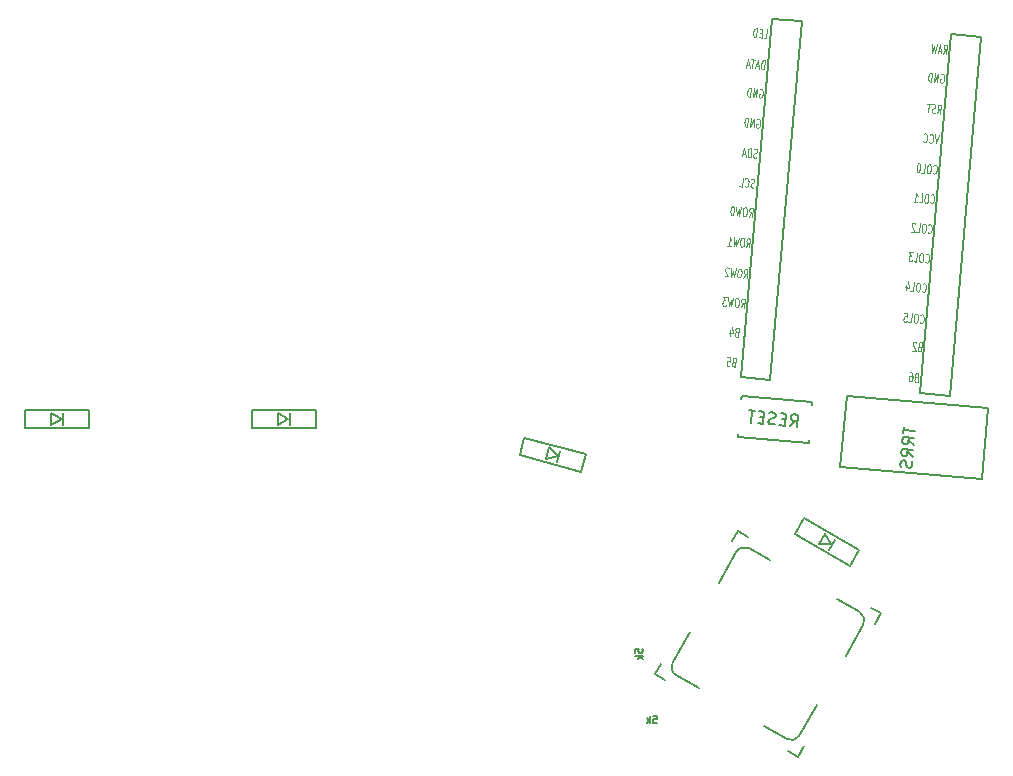
<source format=gbr>
G04 #@! TF.GenerationSoftware,KiCad,Pcbnew,(5.1.5)-2*
G04 #@! TF.CreationDate,2020-04-17T01:02:57-04:00*
G04 #@! TF.ProjectId,va4,7661342e-6b69-4636-9164-5f7063625858,rev?*
G04 #@! TF.SameCoordinates,Original*
G04 #@! TF.FileFunction,Legend,Bot*
G04 #@! TF.FilePolarity,Positive*
%FSLAX46Y46*%
G04 Gerber Fmt 4.6, Leading zero omitted, Abs format (unit mm)*
G04 Created by KiCad (PCBNEW (5.1.5)-2) date 2020-04-17 01:02:57*
%MOMM*%
%LPD*%
G04 APERTURE LIST*
%ADD10C,0.150000*%
%ADD11C,0.127000*%
%ADD12C,0.125000*%
G04 APERTURE END LIST*
D10*
X118762178Y-94362178D02*
X117896152Y-93862178D01*
X107503848Y-87862178D02*
X106637822Y-87362178D01*
X106637822Y-87362178D02*
X107137822Y-86496152D01*
X113637822Y-75237822D02*
X114503848Y-75737822D01*
X113137822Y-76103848D02*
X113637822Y-75237822D01*
X124896152Y-81737822D02*
X125762178Y-82237822D01*
X125762178Y-82237822D02*
X125262178Y-83103848D01*
X119262178Y-93496152D02*
X118762178Y-94362178D01*
X117776537Y-92869358D02*
X115871281Y-91769358D01*
X108423463Y-87469358D02*
X110328719Y-88569358D01*
X108130642Y-86376537D02*
X109630642Y-83778461D01*
X118869358Y-92576537D02*
X120369358Y-89978461D01*
X118869358Y-92576537D02*
G75*
G02X117776537Y-92869358I-692821J400000D01*
G01*
X108423463Y-87469358D02*
G75*
G02X108130642Y-86376537I400000J692821D01*
G01*
X122769358Y-85821539D02*
X124269358Y-83223463D01*
X123976537Y-82130642D02*
G75*
G02X124269358Y-83223463I-400000J-692821D01*
G01*
X123976537Y-82130642D02*
X122071281Y-81030642D01*
X113530642Y-77023463D02*
G75*
G02X114623463Y-76730642I692821J-400000D01*
G01*
X112030642Y-79621539D02*
X113530642Y-77023463D01*
X114623463Y-76730642D02*
X116355514Y-77730642D01*
X134813990Y-64868075D02*
X134291055Y-70845243D01*
X134291055Y-70845243D02*
X122336719Y-69799374D01*
X122336719Y-69799374D02*
X122859653Y-63822206D01*
X122859653Y-63822206D02*
X134813990Y-64868075D01*
X121559215Y-76387500D02*
X120529792Y-76370513D01*
X120529792Y-76370513D02*
X121029792Y-75504487D01*
X121029792Y-75504487D02*
X121559215Y-76387500D01*
X121395818Y-76870513D02*
X121895818Y-76004487D01*
X118499536Y-75487019D02*
X123176074Y-78187019D01*
X123176074Y-78187019D02*
X123926074Y-76887981D01*
X123926074Y-76887981D02*
X119249536Y-74187981D01*
X119249536Y-74187981D02*
X118499536Y-75487019D01*
X98386370Y-68903528D02*
X97387628Y-69153553D01*
X97387628Y-69153553D02*
X97646447Y-68187628D01*
X97646447Y-68187628D02*
X98386370Y-68903528D01*
X98353553Y-69412372D02*
X98612372Y-68446447D01*
X95197886Y-68825633D02*
X100413885Y-70223256D01*
X100413885Y-70223256D02*
X100802114Y-68774367D01*
X100802114Y-68774367D02*
X95586115Y-67376744D01*
X95586115Y-67376744D02*
X95197886Y-68825633D01*
X72500000Y-65050000D02*
X72500000Y-66550000D01*
X77900000Y-65050000D02*
X72500000Y-65050000D01*
X77900000Y-66550000D02*
X77900000Y-65050000D01*
X72500000Y-66550000D02*
X77900000Y-66550000D01*
X75700000Y-66300000D02*
X75700000Y-65300000D01*
X74700000Y-65300000D02*
X75600000Y-65800000D01*
X74700000Y-66300000D02*
X74700000Y-65300000D01*
X75600000Y-65800000D02*
X74700000Y-66300000D01*
X56400000Y-65800000D02*
X55500000Y-66300000D01*
X55500000Y-66300000D02*
X55500000Y-65300000D01*
X55500000Y-65300000D02*
X56400000Y-65800000D01*
X56500000Y-66300000D02*
X56500000Y-65300000D01*
X53300000Y-66550000D02*
X58700000Y-66550000D01*
X58700000Y-66550000D02*
X58700000Y-65050000D01*
X58700000Y-65050000D02*
X53300000Y-65050000D01*
X53300000Y-65050000D02*
X53300000Y-66550000D01*
X131722510Y-33219844D02*
X134252844Y-33441220D01*
X134252844Y-33441220D02*
X131596337Y-63805234D01*
X131596337Y-63805234D02*
X129066003Y-63583859D01*
X129066003Y-63583859D02*
X131722510Y-33219844D01*
X116540503Y-31891591D02*
X119070837Y-32112966D01*
X119070837Y-32112966D02*
X116414330Y-62476981D01*
X116414330Y-62476981D02*
X113883996Y-62255605D01*
X113883996Y-62255605D02*
X116540503Y-31891591D01*
X113942150Y-64044241D02*
X113963938Y-63795192D01*
X113963938Y-63795192D02*
X119941107Y-64318127D01*
X119941107Y-64318127D02*
X119919318Y-64567175D01*
X119657850Y-67555759D02*
X119636062Y-67804808D01*
X119636062Y-67804808D02*
X113658893Y-67281873D01*
X113658893Y-67281873D02*
X113680682Y-67032825D01*
D11*
X106511600Y-90926171D02*
X106801885Y-90926171D01*
X106830914Y-91216457D01*
X106801885Y-91187428D01*
X106743828Y-91158400D01*
X106598685Y-91158400D01*
X106540628Y-91187428D01*
X106511600Y-91216457D01*
X106482571Y-91274514D01*
X106482571Y-91419657D01*
X106511600Y-91477714D01*
X106540628Y-91506742D01*
X106598685Y-91535771D01*
X106743828Y-91535771D01*
X106801885Y-91506742D01*
X106830914Y-91477714D01*
X106221314Y-91535771D02*
X106221314Y-90926171D01*
X106163257Y-91303542D02*
X105989085Y-91535771D01*
X105989085Y-91129371D02*
X106221314Y-91361600D01*
X104986171Y-85548400D02*
X104986171Y-85258114D01*
X105276457Y-85229085D01*
X105247428Y-85258114D01*
X105218400Y-85316171D01*
X105218400Y-85461314D01*
X105247428Y-85519371D01*
X105276457Y-85548400D01*
X105334514Y-85577428D01*
X105479657Y-85577428D01*
X105537714Y-85548400D01*
X105566742Y-85519371D01*
X105595771Y-85461314D01*
X105595771Y-85316171D01*
X105566742Y-85258114D01*
X105537714Y-85229085D01*
X105595771Y-85838685D02*
X104986171Y-85838685D01*
X105363542Y-85896742D02*
X105595771Y-86070914D01*
X105189371Y-86070914D02*
X105421600Y-85838685D01*
D10*
X127690876Y-66415739D02*
X127641073Y-66984993D01*
X128662169Y-66787522D02*
X127665975Y-66700366D01*
X128558413Y-67973468D02*
X128113086Y-67599900D01*
X128608216Y-67404214D02*
X127612021Y-67317058D01*
X127578819Y-67696561D01*
X127617956Y-67795587D01*
X127661244Y-67847175D01*
X127751969Y-67902913D01*
X127894283Y-67915364D01*
X127993309Y-67876227D01*
X128044897Y-67832939D01*
X128100635Y-67742214D01*
X128133838Y-67362711D01*
X128471257Y-68969663D02*
X128025930Y-68596095D01*
X128521060Y-68400409D02*
X127524865Y-68313253D01*
X127491663Y-68692756D01*
X127530801Y-68791782D01*
X127574088Y-68843370D01*
X127664814Y-68899108D01*
X127807127Y-68911559D01*
X127906153Y-68872422D01*
X127957741Y-68829134D01*
X128013480Y-68738409D01*
X128046682Y-68358906D01*
X128390617Y-69345015D02*
X128425604Y-69491479D01*
X128404853Y-69728668D01*
X128349114Y-69819394D01*
X128297526Y-69862681D01*
X128198500Y-69901819D01*
X128103624Y-69893518D01*
X128012899Y-69837780D01*
X127969611Y-69786191D01*
X127930474Y-69687165D01*
X127899637Y-69493264D01*
X127860500Y-69394238D01*
X127817212Y-69342650D01*
X127726487Y-69286911D01*
X127631611Y-69278611D01*
X127532585Y-69317748D01*
X127480997Y-69361036D01*
X127425259Y-69451761D01*
X127404508Y-69688950D01*
X127439495Y-69835414D01*
D12*
X131035024Y-34838873D02*
X131232184Y-34497615D01*
X131319651Y-34863774D02*
X131385018Y-34116628D01*
X131195267Y-34100027D01*
X131144716Y-34131455D01*
X131117884Y-34164958D01*
X131087940Y-34234040D01*
X131078602Y-34340775D01*
X131096096Y-34414007D01*
X131116702Y-34451661D01*
X131161027Y-34491389D01*
X131350778Y-34507990D01*
X130863949Y-34608801D02*
X130626760Y-34588050D01*
X130892711Y-34826422D02*
X130792045Y-34064750D01*
X130560646Y-34797370D01*
X130507418Y-34039848D02*
X130323457Y-34776619D01*
X130275271Y-34234642D01*
X130133705Y-34760017D01*
X130080477Y-34002496D01*
X115829297Y-33508543D02*
X116066486Y-33529295D01*
X116131853Y-32782149D01*
X115697505Y-33102655D02*
X115531472Y-33088129D01*
X115426076Y-33473266D02*
X115663265Y-33494018D01*
X115728632Y-32746871D01*
X115491442Y-32726120D01*
X115212605Y-33454590D02*
X115277972Y-32707444D01*
X115159377Y-32697068D01*
X115085108Y-32726421D01*
X115031445Y-32793428D01*
X115001500Y-32862509D01*
X114965331Y-33002748D01*
X114955993Y-33109483D01*
X114967261Y-33253872D01*
X114984754Y-33327103D01*
X115025967Y-33402410D01*
X115094011Y-33444214D01*
X115212605Y-33454590D01*
X130853757Y-36591959D02*
X130904307Y-36560531D01*
X130975464Y-36566756D01*
X131043508Y-36608560D01*
X131084720Y-36683867D01*
X131102214Y-36757099D01*
X131113482Y-36901487D01*
X131104144Y-37008223D01*
X131067974Y-37148461D01*
X131038030Y-37217543D01*
X130984367Y-37284549D01*
X130910097Y-37313902D01*
X130862659Y-37309752D01*
X130794615Y-37267948D01*
X130774009Y-37230294D01*
X130795798Y-36981246D01*
X130890674Y-36989546D01*
X130554313Y-37282775D02*
X130619680Y-36535629D01*
X130269686Y-37257873D01*
X130335053Y-36510727D01*
X130032497Y-37237122D02*
X130097864Y-36489976D01*
X129979269Y-36479600D01*
X129905000Y-36508953D01*
X129851337Y-36575960D01*
X129821392Y-36645041D01*
X129785222Y-36785280D01*
X129775884Y-36892015D01*
X129787152Y-37036404D01*
X129804646Y-37109635D01*
X129845858Y-37184942D01*
X129913902Y-37226746D01*
X130032497Y-37237122D01*
X115875330Y-36167172D02*
X115940697Y-35420026D01*
X115822102Y-35409650D01*
X115747833Y-35439003D01*
X115694169Y-35506010D01*
X115664225Y-35575091D01*
X115628055Y-35715330D01*
X115618717Y-35822065D01*
X115629985Y-35966454D01*
X115647479Y-36039685D01*
X115688691Y-36114992D01*
X115756735Y-36156796D01*
X115875330Y-36167172D01*
X115419628Y-35912199D02*
X115182438Y-35891448D01*
X115448389Y-36129819D02*
X115347724Y-35368147D01*
X115116324Y-36100768D01*
X115086815Y-35345321D02*
X114802188Y-35320419D01*
X114879135Y-36080016D02*
X114944502Y-35332870D01*
X114613184Y-35841644D02*
X114375995Y-35820893D01*
X114641946Y-36059265D02*
X114541280Y-35297593D01*
X114309881Y-36030213D01*
X130521115Y-39893316D02*
X130718275Y-39552058D01*
X130805742Y-39918218D02*
X130871109Y-39171072D01*
X130681358Y-39154471D01*
X130630807Y-39185899D01*
X130603976Y-39219402D01*
X130574031Y-39288484D01*
X130564693Y-39395219D01*
X130582187Y-39468451D01*
X130602793Y-39506104D01*
X130647118Y-39545833D01*
X130836870Y-39562434D01*
X130334477Y-39841137D02*
X130260207Y-39870490D01*
X130141613Y-39860114D01*
X130097288Y-39820385D01*
X130076681Y-39782732D01*
X130059188Y-39709500D01*
X130065413Y-39638343D01*
X130095358Y-39569262D01*
X130122189Y-39535758D01*
X130172740Y-39504330D01*
X130270728Y-39477052D01*
X130321279Y-39445624D01*
X130348110Y-39412121D01*
X130378055Y-39343039D01*
X130384280Y-39271883D01*
X130366787Y-39198651D01*
X130346180Y-39160997D01*
X130301855Y-39121269D01*
X130183261Y-39110893D01*
X130108991Y-39140246D01*
X129969790Y-39092217D02*
X129685163Y-39067315D01*
X129762110Y-39826912D02*
X129827477Y-39079766D01*
X115508098Y-37862833D02*
X115558648Y-37831405D01*
X115629805Y-37837630D01*
X115697849Y-37879434D01*
X115739061Y-37954741D01*
X115756555Y-38027973D01*
X115767823Y-38172361D01*
X115758485Y-38279097D01*
X115722315Y-38419335D01*
X115692371Y-38488417D01*
X115638708Y-38555423D01*
X115564438Y-38584776D01*
X115517000Y-38580626D01*
X115448956Y-38538822D01*
X115428350Y-38501168D01*
X115450139Y-38252120D01*
X115545015Y-38260420D01*
X115208654Y-38553649D02*
X115274021Y-37806503D01*
X114924027Y-38528747D01*
X114989394Y-37781601D01*
X114686838Y-38507996D02*
X114752205Y-37760850D01*
X114633610Y-37750474D01*
X114559341Y-37779827D01*
X114505678Y-37846834D01*
X114475733Y-37915915D01*
X114439563Y-38056154D01*
X114430225Y-38162889D01*
X114441493Y-38307278D01*
X114458987Y-38380509D01*
X114500199Y-38455816D01*
X114568243Y-38497620D01*
X114686838Y-38507996D01*
X130693212Y-41705210D02*
X130461813Y-42437830D01*
X130361148Y-41676158D01*
X129851347Y-42312720D02*
X129871953Y-42350373D01*
X129939997Y-42392177D01*
X129987435Y-42396327D01*
X130061704Y-42366974D01*
X130115367Y-42299968D01*
X130145312Y-42230886D01*
X130181482Y-42090648D01*
X130190820Y-41983913D01*
X130179552Y-41839524D01*
X130162058Y-41766292D01*
X130120846Y-41690985D01*
X130052802Y-41649181D01*
X130005364Y-41645031D01*
X129931094Y-41674384D01*
X129904263Y-41707887D01*
X129353249Y-42269142D02*
X129373855Y-42306795D01*
X129441900Y-42348599D01*
X129489337Y-42352749D01*
X129563607Y-42323396D01*
X129617270Y-42256390D01*
X129647214Y-42187308D01*
X129683384Y-42047070D01*
X129692722Y-41940335D01*
X129681454Y-41795946D01*
X129663961Y-41722714D01*
X129622748Y-41647407D01*
X129554704Y-41605603D01*
X129507266Y-41601453D01*
X129432997Y-41630806D01*
X129406165Y-41664309D01*
X115286723Y-40393168D02*
X115337273Y-40361740D01*
X115408430Y-40367965D01*
X115476474Y-40409769D01*
X115517686Y-40485076D01*
X115535180Y-40558308D01*
X115546448Y-40702696D01*
X115537110Y-40809432D01*
X115500940Y-40949670D01*
X115470996Y-41018752D01*
X115417333Y-41085758D01*
X115343063Y-41115111D01*
X115295625Y-41110961D01*
X115227581Y-41069157D01*
X115206975Y-41031503D01*
X115228764Y-40782455D01*
X115323640Y-40790755D01*
X114987279Y-41083984D02*
X115052646Y-40336838D01*
X114702652Y-41059082D01*
X114768019Y-40311936D01*
X114465463Y-41038331D02*
X114530830Y-40291185D01*
X114412235Y-40280809D01*
X114337966Y-40310162D01*
X114284303Y-40377169D01*
X114254358Y-40446250D01*
X114218188Y-40586489D01*
X114208850Y-40693224D01*
X114220118Y-40837613D01*
X114237612Y-40910844D01*
X114278824Y-40986151D01*
X114346868Y-41027955D01*
X114465463Y-41038331D01*
X129506051Y-52445685D02*
X129526658Y-52483338D01*
X129594702Y-52525142D01*
X129642140Y-52529292D01*
X129716409Y-52499939D01*
X129770072Y-52432933D01*
X129800017Y-52363851D01*
X129836186Y-52223613D01*
X129845524Y-52116877D01*
X129834256Y-51972489D01*
X129816763Y-51899257D01*
X129775550Y-51823950D01*
X129707506Y-51782146D01*
X129660068Y-51777996D01*
X129585799Y-51807349D01*
X129558967Y-51840852D01*
X129256847Y-51742718D02*
X129161971Y-51734418D01*
X129111421Y-51765846D01*
X129057757Y-51832853D01*
X129021588Y-51973091D01*
X128999799Y-52222140D01*
X129011067Y-52366528D01*
X129052279Y-52441835D01*
X129096604Y-52481564D01*
X129191480Y-52489864D01*
X129242031Y-52458436D01*
X129295694Y-52391430D01*
X129331864Y-52251192D01*
X129353652Y-52002143D01*
X129342384Y-51857754D01*
X129301172Y-51782447D01*
X129256847Y-51742718D01*
X128527350Y-52431761D02*
X128764539Y-52452512D01*
X128829906Y-51705366D01*
X128474122Y-51674239D02*
X128165776Y-51647262D01*
X128306907Y-51946415D01*
X128235750Y-51940190D01*
X128185200Y-51971618D01*
X128158368Y-52005121D01*
X128128424Y-52074203D01*
X128112860Y-52252095D01*
X128130354Y-52325327D01*
X128150960Y-52362980D01*
X128195285Y-52402709D01*
X128337599Y-52415160D01*
X128388149Y-52383731D01*
X128414981Y-52350228D01*
X114564879Y-48632393D02*
X114762039Y-48291135D01*
X114849506Y-48657295D02*
X114914873Y-47910149D01*
X114725122Y-47893548D01*
X114674571Y-47924976D01*
X114647740Y-47958479D01*
X114617795Y-48027561D01*
X114608457Y-48134296D01*
X114625951Y-48207528D01*
X114646557Y-48245181D01*
X114690882Y-48284910D01*
X114880633Y-48301511D01*
X114321900Y-47858270D02*
X114227024Y-47849970D01*
X114176474Y-47881398D01*
X114122811Y-47948405D01*
X114086641Y-48088643D01*
X114064852Y-48337692D01*
X114076120Y-48482080D01*
X114117332Y-48557387D01*
X114161658Y-48597116D01*
X114256533Y-48605416D01*
X114307084Y-48573988D01*
X114360747Y-48506982D01*
X114396917Y-48366743D01*
X114418706Y-48117695D01*
X114407438Y-47973306D01*
X114366225Y-47897999D01*
X114321900Y-47858270D01*
X113942397Y-47825068D02*
X113758436Y-48561839D01*
X113710251Y-48019862D01*
X113568685Y-48545238D01*
X113515457Y-47787716D01*
X113230830Y-47762814D02*
X113183392Y-47758664D01*
X113132841Y-47790092D01*
X113106010Y-47823595D01*
X113076065Y-47892677D01*
X113039896Y-48032915D01*
X113024332Y-48210807D01*
X113035600Y-48355196D01*
X113053094Y-48428428D01*
X113073700Y-48466081D01*
X113118025Y-48505810D01*
X113165463Y-48509960D01*
X113216013Y-48478532D01*
X113242845Y-48445029D01*
X113272789Y-48375947D01*
X113308959Y-48235709D01*
X113324523Y-48057817D01*
X113313255Y-47913428D01*
X113295761Y-47840196D01*
X113275155Y-47802543D01*
X113230830Y-47762814D01*
X129723941Y-49955198D02*
X129744548Y-49992851D01*
X129812592Y-50034655D01*
X129860030Y-50038805D01*
X129934299Y-50009452D01*
X129987962Y-49942446D01*
X130017907Y-49873364D01*
X130054076Y-49733126D01*
X130063414Y-49626390D01*
X130052146Y-49482002D01*
X130034653Y-49408770D01*
X129993440Y-49333463D01*
X129925396Y-49291659D01*
X129877958Y-49287509D01*
X129803689Y-49316862D01*
X129776857Y-49350365D01*
X129474737Y-49252231D02*
X129379861Y-49243931D01*
X129329311Y-49275359D01*
X129275647Y-49342366D01*
X129239478Y-49482604D01*
X129217689Y-49731653D01*
X129228957Y-49876041D01*
X129270169Y-49951348D01*
X129314494Y-49991077D01*
X129409370Y-49999377D01*
X129459921Y-49967949D01*
X129513584Y-49900943D01*
X129549754Y-49760705D01*
X129571542Y-49511656D01*
X129560274Y-49367267D01*
X129519062Y-49291960D01*
X129474737Y-49252231D01*
X128745240Y-49941274D02*
X128982429Y-49962025D01*
X129047796Y-49214879D01*
X128662068Y-49252834D02*
X128641462Y-49215180D01*
X128597137Y-49175451D01*
X128478542Y-49165076D01*
X128427992Y-49196504D01*
X128401160Y-49230007D01*
X128371216Y-49299089D01*
X128364990Y-49370245D01*
X128379371Y-49479056D01*
X128626646Y-49930898D01*
X128318300Y-49903921D01*
X114998302Y-46148502D02*
X114924032Y-46177855D01*
X114805437Y-46167479D01*
X114761112Y-46127751D01*
X114740506Y-46090097D01*
X114723013Y-46016865D01*
X114729238Y-45945709D01*
X114759182Y-45876627D01*
X114786014Y-45843124D01*
X114836565Y-45811696D01*
X114934553Y-45784418D01*
X114985103Y-45752990D01*
X115011935Y-45719486D01*
X115041879Y-45650405D01*
X115048105Y-45579248D01*
X115030611Y-45506016D01*
X115010005Y-45468363D01*
X114965680Y-45428634D01*
X114847085Y-45418258D01*
X114772816Y-45447611D01*
X114218690Y-46044444D02*
X114239296Y-46082098D01*
X114307340Y-46123902D01*
X114354778Y-46128052D01*
X114429047Y-46098699D01*
X114482711Y-46031692D01*
X114512655Y-45962611D01*
X114548825Y-45822372D01*
X114558163Y-45715637D01*
X114546895Y-45571249D01*
X114529401Y-45498017D01*
X114488189Y-45422710D01*
X114420145Y-45380906D01*
X114372707Y-45376756D01*
X114298437Y-45406109D01*
X114271606Y-45439612D01*
X113761805Y-46076173D02*
X113998994Y-46096925D01*
X114064361Y-45349779D01*
X129945709Y-47420380D02*
X129966316Y-47458033D01*
X130034360Y-47499837D01*
X130081798Y-47503987D01*
X130156067Y-47474634D01*
X130209730Y-47407628D01*
X130239675Y-47338546D01*
X130275844Y-47198308D01*
X130285182Y-47091572D01*
X130273914Y-46947184D01*
X130256421Y-46873952D01*
X130215208Y-46798645D01*
X130147164Y-46756841D01*
X130099726Y-46752691D01*
X130025457Y-46782044D01*
X129998625Y-46815547D01*
X129696505Y-46717413D02*
X129601629Y-46709113D01*
X129551079Y-46740541D01*
X129497415Y-46807548D01*
X129461246Y-46947786D01*
X129439457Y-47196835D01*
X129450725Y-47341223D01*
X129491937Y-47416530D01*
X129536262Y-47456259D01*
X129631138Y-47464559D01*
X129681689Y-47433131D01*
X129735352Y-47366125D01*
X129771522Y-47225887D01*
X129793310Y-46976838D01*
X129782042Y-46832449D01*
X129740830Y-46757142D01*
X129696505Y-46717413D01*
X128967008Y-47406456D02*
X129204197Y-47427207D01*
X129269564Y-46680061D01*
X128540068Y-47369103D02*
X128824695Y-47394005D01*
X128682381Y-47381554D02*
X128747748Y-46634408D01*
X128785848Y-46745293D01*
X128827060Y-46820600D01*
X128871385Y-46860329D01*
X115231535Y-43619205D02*
X115157266Y-43648558D01*
X115038671Y-43638182D01*
X114994346Y-43598453D01*
X114973740Y-43560800D01*
X114956246Y-43487568D01*
X114962471Y-43416411D01*
X114992416Y-43347330D01*
X115019247Y-43313826D01*
X115069798Y-43282398D01*
X115167786Y-43255120D01*
X115218337Y-43223692D01*
X115245169Y-43190189D01*
X115275113Y-43121107D01*
X115281338Y-43049951D01*
X115263845Y-42976719D01*
X115243239Y-42939065D01*
X115198913Y-42899337D01*
X115080319Y-42888961D01*
X115006049Y-42918314D01*
X114730325Y-43611205D02*
X114795692Y-42864059D01*
X114677097Y-42853684D01*
X114602828Y-42883037D01*
X114549164Y-42950043D01*
X114519220Y-43019125D01*
X114483050Y-43159363D01*
X114473712Y-43266098D01*
X114484980Y-43410487D01*
X114502474Y-43483719D01*
X114543686Y-43559026D01*
X114611730Y-43600830D01*
X114730325Y-43611205D01*
X114274623Y-43356232D02*
X114037434Y-43335481D01*
X114303384Y-43573853D02*
X114202719Y-42812181D01*
X113971319Y-43544801D01*
X130164077Y-44924415D02*
X130184684Y-44962068D01*
X130252728Y-45003872D01*
X130300166Y-45008022D01*
X130374435Y-44978669D01*
X130428098Y-44911663D01*
X130458043Y-44842581D01*
X130494212Y-44702343D01*
X130503550Y-44595607D01*
X130492282Y-44451219D01*
X130474789Y-44377987D01*
X130433576Y-44302680D01*
X130365532Y-44260876D01*
X130318094Y-44256726D01*
X130243825Y-44286079D01*
X130216993Y-44319582D01*
X129914873Y-44221448D02*
X129819997Y-44213148D01*
X129769447Y-44244576D01*
X129715783Y-44311583D01*
X129679614Y-44451821D01*
X129657825Y-44700870D01*
X129669093Y-44845258D01*
X129710305Y-44920565D01*
X129754630Y-44960294D01*
X129849506Y-44968594D01*
X129900057Y-44937166D01*
X129953720Y-44870160D01*
X129989890Y-44729922D01*
X130011678Y-44480873D01*
X130000410Y-44336484D01*
X129959198Y-44261177D01*
X129914873Y-44221448D01*
X129185376Y-44910491D02*
X129422565Y-44931242D01*
X129487932Y-44184096D01*
X128989835Y-44140518D02*
X128942397Y-44136368D01*
X128891846Y-44167796D01*
X128865015Y-44201299D01*
X128835071Y-44270381D01*
X128798901Y-44410619D01*
X128783337Y-44588511D01*
X128794605Y-44732900D01*
X128812099Y-44806132D01*
X128832705Y-44843785D01*
X128877030Y-44883514D01*
X128924468Y-44887664D01*
X128975019Y-44856236D01*
X129001850Y-44822733D01*
X129031795Y-44753651D01*
X129067964Y-44613413D01*
X129083528Y-44435521D01*
X129072260Y-44291132D01*
X129054766Y-44217900D01*
X129034160Y-44180247D01*
X128989835Y-44140518D01*
X128750386Y-62227619D02*
X128676117Y-62256972D01*
X128649285Y-62290475D01*
X128619341Y-62359556D01*
X128610003Y-62466292D01*
X128627496Y-62539523D01*
X128648103Y-62577177D01*
X128692428Y-62616906D01*
X128882179Y-62633507D01*
X128947546Y-61886361D01*
X128781513Y-61871835D01*
X128730963Y-61903263D01*
X128704131Y-61936766D01*
X128674187Y-62005848D01*
X128667962Y-62077005D01*
X128685455Y-62150236D01*
X128706061Y-62187890D01*
X128750386Y-62227619D01*
X128916419Y-62242145D01*
X128235978Y-61824107D02*
X128330854Y-61832407D01*
X128375179Y-61872136D01*
X128395785Y-61909789D01*
X128433885Y-62020675D01*
X128445153Y-62165063D01*
X128420251Y-62449690D01*
X128390307Y-62518772D01*
X128363476Y-62552275D01*
X128312925Y-62583703D01*
X128218049Y-62575403D01*
X128173724Y-62535674D01*
X128153118Y-62498021D01*
X128135624Y-62424789D01*
X128151188Y-62246897D01*
X128181132Y-62177815D01*
X128207964Y-62144312D01*
X128258514Y-62112884D01*
X128353390Y-62121185D01*
X128397715Y-62160913D01*
X128418321Y-62198567D01*
X128435815Y-62271799D01*
X113309811Y-60940486D02*
X113235542Y-60969839D01*
X113208710Y-61003342D01*
X113178766Y-61072423D01*
X113169428Y-61179159D01*
X113186921Y-61252390D01*
X113207528Y-61290044D01*
X113251853Y-61329773D01*
X113441604Y-61346374D01*
X113506971Y-60599228D01*
X113340938Y-60584702D01*
X113290388Y-60616130D01*
X113263556Y-60649633D01*
X113233612Y-60718715D01*
X113227387Y-60789872D01*
X113244880Y-60863103D01*
X113265486Y-60900757D01*
X113309811Y-60940486D01*
X113475844Y-60955012D01*
X112771684Y-60534898D02*
X113008874Y-60555650D01*
X113001465Y-60913509D01*
X112980859Y-60875855D01*
X112936534Y-60836127D01*
X112817939Y-60825751D01*
X112767389Y-60857179D01*
X112740557Y-60890682D01*
X112710613Y-60959764D01*
X112695049Y-61137656D01*
X112712543Y-61210888D01*
X112733149Y-61248541D01*
X112777474Y-61288270D01*
X112896069Y-61298646D01*
X112946619Y-61267217D01*
X112973451Y-61233714D01*
X113531187Y-58410151D02*
X113456918Y-58439504D01*
X113430086Y-58473007D01*
X113400142Y-58542088D01*
X113390804Y-58648824D01*
X113408297Y-58722055D01*
X113428904Y-58759709D01*
X113473229Y-58799438D01*
X113662980Y-58816039D01*
X113728347Y-58068893D01*
X113562314Y-58054367D01*
X113511764Y-58085795D01*
X113484932Y-58119298D01*
X113454988Y-58188380D01*
X113448763Y-58259537D01*
X113466256Y-58332768D01*
X113486862Y-58370422D01*
X113531187Y-58410151D01*
X113697220Y-58424677D01*
X112994990Y-58255687D02*
X112951412Y-58753785D01*
X113138487Y-57981436D02*
X113210391Y-58525487D01*
X112902045Y-58498511D01*
X129040554Y-59639560D02*
X128966285Y-59668913D01*
X128939453Y-59702416D01*
X128909509Y-59771497D01*
X128900171Y-59878233D01*
X128917664Y-59951464D01*
X128938271Y-59989118D01*
X128982596Y-60028847D01*
X129172347Y-60045448D01*
X129237714Y-59298302D01*
X129071681Y-59283776D01*
X129021131Y-59315204D01*
X128994299Y-59348707D01*
X128964355Y-59417789D01*
X128958130Y-59488946D01*
X128975623Y-59562177D01*
X128996229Y-59599831D01*
X129040554Y-59639560D01*
X129206587Y-59654086D01*
X128757110Y-59327956D02*
X128736504Y-59290302D01*
X128692179Y-59250574D01*
X128573584Y-59240198D01*
X128523034Y-59271626D01*
X128496202Y-59305129D01*
X128466258Y-59374211D01*
X128460032Y-59445368D01*
X128474413Y-59554178D01*
X128721688Y-60006020D01*
X128413342Y-59979043D01*
X113892211Y-56321023D02*
X114089371Y-55979765D01*
X114176838Y-56345925D02*
X114242205Y-55598779D01*
X114052454Y-55582178D01*
X114001903Y-55613606D01*
X113975072Y-55647109D01*
X113945127Y-55716191D01*
X113935789Y-55822926D01*
X113953283Y-55896158D01*
X113973889Y-55933811D01*
X114018214Y-55973540D01*
X114207965Y-55990141D01*
X113649232Y-55546900D02*
X113554356Y-55538600D01*
X113503806Y-55570028D01*
X113450143Y-55637035D01*
X113413973Y-55777273D01*
X113392184Y-56026322D01*
X113403452Y-56170710D01*
X113444664Y-56246017D01*
X113488990Y-56285746D01*
X113583865Y-56294046D01*
X113634416Y-56262618D01*
X113688079Y-56195612D01*
X113724249Y-56055373D01*
X113746038Y-55806325D01*
X113734770Y-55661936D01*
X113693557Y-55586629D01*
X113649232Y-55546900D01*
X113269729Y-55513698D02*
X113085768Y-56250469D01*
X113037583Y-55708492D01*
X112896017Y-56233868D01*
X112842789Y-55476346D01*
X112700475Y-55463895D02*
X112392129Y-55436918D01*
X112533260Y-55736071D01*
X112462103Y-55729846D01*
X112411553Y-55761274D01*
X112384721Y-55794777D01*
X112354777Y-55863859D01*
X112339213Y-56041751D01*
X112356707Y-56114983D01*
X112377313Y-56152636D01*
X112421638Y-56192365D01*
X112563952Y-56204816D01*
X112614502Y-56173387D01*
X112641334Y-56139884D01*
X129057199Y-57576087D02*
X129077806Y-57613740D01*
X129145850Y-57655544D01*
X129193288Y-57659694D01*
X129267557Y-57630341D01*
X129321220Y-57563335D01*
X129351165Y-57494253D01*
X129387334Y-57354015D01*
X129396672Y-57247279D01*
X129385404Y-57102891D01*
X129367911Y-57029659D01*
X129326698Y-56954352D01*
X129258654Y-56912548D01*
X129211216Y-56908398D01*
X129136947Y-56937751D01*
X129110115Y-56971254D01*
X128807995Y-56873120D02*
X128713119Y-56864820D01*
X128662569Y-56896248D01*
X128608905Y-56963255D01*
X128572736Y-57103493D01*
X128550947Y-57352542D01*
X128562215Y-57496930D01*
X128603427Y-57572237D01*
X128647752Y-57611966D01*
X128742628Y-57620266D01*
X128793179Y-57588838D01*
X128846842Y-57521832D01*
X128883012Y-57381594D01*
X128904800Y-57132545D01*
X128893532Y-56988156D01*
X128852320Y-56912849D01*
X128807995Y-56873120D01*
X128078498Y-57562163D02*
X128315687Y-57582914D01*
X128381054Y-56835768D01*
X127740643Y-56779739D02*
X127977833Y-56800491D01*
X127970424Y-57158350D01*
X127949818Y-57120696D01*
X127905493Y-57080967D01*
X127786898Y-57070592D01*
X127736348Y-57102020D01*
X127709516Y-57135523D01*
X127679572Y-57204605D01*
X127664008Y-57382497D01*
X127681502Y-57455729D01*
X127702108Y-57493382D01*
X127746433Y-57533111D01*
X127865028Y-57543486D01*
X127915578Y-57512058D01*
X127942410Y-57478555D01*
X114111059Y-53819580D02*
X114308219Y-53478322D01*
X114395686Y-53844482D02*
X114461053Y-53097336D01*
X114271302Y-53080735D01*
X114220751Y-53112163D01*
X114193920Y-53145666D01*
X114163975Y-53214748D01*
X114154637Y-53321483D01*
X114172131Y-53394715D01*
X114192737Y-53432368D01*
X114237062Y-53472097D01*
X114426813Y-53488698D01*
X113868080Y-53045457D02*
X113773204Y-53037157D01*
X113722654Y-53068585D01*
X113668991Y-53135592D01*
X113632821Y-53275830D01*
X113611032Y-53524879D01*
X113622300Y-53669267D01*
X113663512Y-53744574D01*
X113707838Y-53784303D01*
X113802713Y-53792603D01*
X113853264Y-53761175D01*
X113906927Y-53694169D01*
X113943097Y-53553930D01*
X113964886Y-53304882D01*
X113953618Y-53160493D01*
X113912405Y-53085186D01*
X113868080Y-53045457D01*
X113488577Y-53012255D02*
X113304616Y-53749026D01*
X113256431Y-53207049D01*
X113114865Y-53732425D01*
X113061637Y-52974903D01*
X112889379Y-53031534D02*
X112868773Y-52993880D01*
X112824448Y-52954151D01*
X112705853Y-52943776D01*
X112655302Y-52975204D01*
X112628471Y-53008707D01*
X112598526Y-53077789D01*
X112592301Y-53148945D01*
X112606682Y-53257756D01*
X112853956Y-53709598D01*
X112545610Y-53682621D01*
X129237306Y-54943768D02*
X129257913Y-54981421D01*
X129325957Y-55023225D01*
X129373395Y-55027375D01*
X129447664Y-54998022D01*
X129501327Y-54931016D01*
X129531272Y-54861934D01*
X129567441Y-54721696D01*
X129576779Y-54614960D01*
X129565511Y-54470572D01*
X129548018Y-54397340D01*
X129506805Y-54322033D01*
X129438761Y-54280229D01*
X129391323Y-54276079D01*
X129317054Y-54305432D01*
X129290222Y-54338935D01*
X128988102Y-54240801D02*
X128893226Y-54232501D01*
X128842676Y-54263929D01*
X128789012Y-54330936D01*
X128752843Y-54471174D01*
X128731054Y-54720223D01*
X128742322Y-54864611D01*
X128783534Y-54939918D01*
X128827859Y-54979647D01*
X128922735Y-54987947D01*
X128973286Y-54956519D01*
X129026949Y-54889513D01*
X129063119Y-54749275D01*
X129084907Y-54500226D01*
X129073639Y-54355837D01*
X129032427Y-54280530D01*
X128988102Y-54240801D01*
X128258605Y-54929844D02*
X128495794Y-54950595D01*
X128561161Y-54203449D01*
X127922680Y-54398544D02*
X127879102Y-54896641D01*
X128066177Y-54124293D02*
X128138081Y-54668344D01*
X127829735Y-54641367D01*
X114337969Y-51225986D02*
X114535129Y-50884728D01*
X114622596Y-51250888D02*
X114687963Y-50503742D01*
X114498212Y-50487141D01*
X114447661Y-50518569D01*
X114420830Y-50552072D01*
X114390885Y-50621154D01*
X114381547Y-50727889D01*
X114399041Y-50801121D01*
X114419647Y-50838774D01*
X114463972Y-50878503D01*
X114653723Y-50895104D01*
X114094990Y-50451863D02*
X114000114Y-50443563D01*
X113949564Y-50474991D01*
X113895901Y-50541998D01*
X113859731Y-50682236D01*
X113837942Y-50931285D01*
X113849210Y-51075673D01*
X113890422Y-51150980D01*
X113934748Y-51190709D01*
X114029623Y-51199009D01*
X114080174Y-51167581D01*
X114133837Y-51100575D01*
X114170007Y-50960336D01*
X114191796Y-50711288D01*
X114180528Y-50566899D01*
X114139315Y-50491592D01*
X114094990Y-50451863D01*
X113715487Y-50418661D02*
X113531526Y-51155432D01*
X113483341Y-50613455D01*
X113341775Y-51138831D01*
X113288547Y-50381309D01*
X112772520Y-51089027D02*
X113057147Y-51113929D01*
X112914834Y-51101478D02*
X112980201Y-50354332D01*
X113018300Y-50465217D01*
X113059513Y-50540524D01*
X113103838Y-50580253D01*
D10*
X118080909Y-66366173D02*
X118454477Y-65920847D01*
X118650163Y-66415977D02*
X118737319Y-65419782D01*
X118357816Y-65386580D01*
X118258790Y-65425717D01*
X118207202Y-65469005D01*
X118151464Y-65559730D01*
X118139013Y-65702044D01*
X118178150Y-65801070D01*
X118221438Y-65852658D01*
X118312163Y-65908396D01*
X118691666Y-65941598D01*
X117699622Y-65807005D02*
X117367557Y-65777953D01*
X117179590Y-66287318D02*
X117653969Y-66328821D01*
X117741124Y-65332626D01*
X117266746Y-65291123D01*
X116804238Y-66206678D02*
X116657774Y-66241665D01*
X116420585Y-66220914D01*
X116329859Y-66165175D01*
X116286572Y-66113587D01*
X116247434Y-66014561D01*
X116255735Y-65919686D01*
X116311473Y-65828960D01*
X116363061Y-65785673D01*
X116462087Y-65746535D01*
X116655989Y-65715699D01*
X116755015Y-65676561D01*
X116806603Y-65633274D01*
X116862341Y-65542548D01*
X116870642Y-65447673D01*
X116831505Y-65348647D01*
X116788217Y-65297059D01*
X116697492Y-65241320D01*
X116460303Y-65220569D01*
X116313839Y-65255556D01*
X115849546Y-65645144D02*
X115517481Y-65616092D01*
X115329514Y-66125457D02*
X115803893Y-66166960D01*
X115891048Y-65170766D01*
X115416670Y-65129263D01*
X115132043Y-65104361D02*
X114562789Y-65054558D01*
X114760260Y-66075654D02*
X114847416Y-65079460D01*
M02*

</source>
